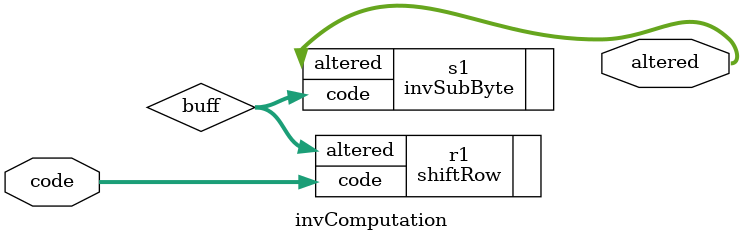
<source format=v>
`timescale 1ns / 1ps

module invComputation(
    input[15:0] code,
	output [15:0] altered);
	wire[15:0]buff;
	shiftRow r1(.code(code),.altered(buff));
	invSubByte s1(.code(buff),.altered(altered));
		
	
endmodule

</source>
